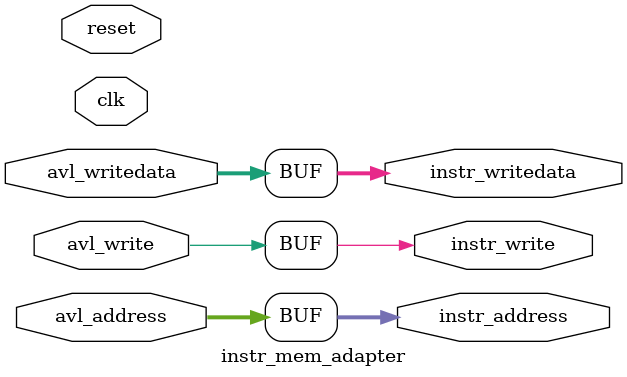
<source format=v>
module instr_mem_adapter (
    input        clk,
    input        reset,
    input [9:0]  avl_address,
    input [15:0] avl_writedata,
    input        avl_write,

    output [9:0]  instr_address,
    output [15:0] instr_writedata,
    output        instr_write
);

assign instr_address = avl_address;
assign instr_writedata = avl_writedata;
assign instr_write = avl_write;

endmodule

</source>
